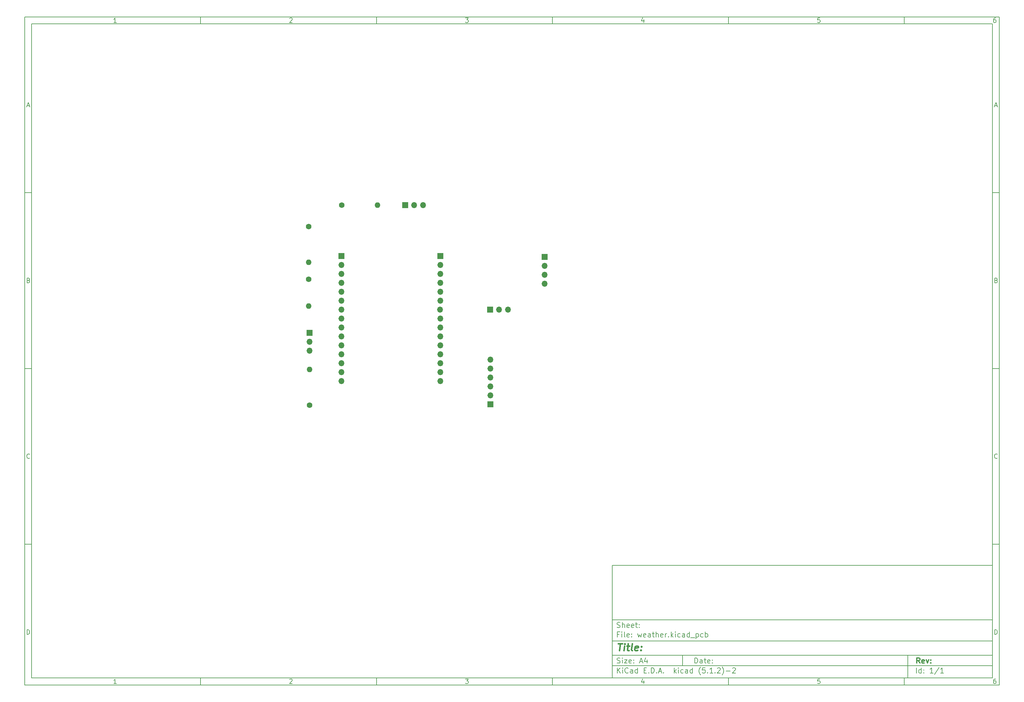
<source format=gtl>
G04 #@! TF.GenerationSoftware,KiCad,Pcbnew,(5.1.2)-2*
G04 #@! TF.CreationDate,2019-07-01T23:58:17+07:00*
G04 #@! TF.ProjectId,weather,77656174-6865-4722-9e6b-696361645f70,rev?*
G04 #@! TF.SameCoordinates,Original*
G04 #@! TF.FileFunction,Copper,L1,Top*
G04 #@! TF.FilePolarity,Positive*
%FSLAX46Y46*%
G04 Gerber Fmt 4.6, Leading zero omitted, Abs format (unit mm)*
G04 Created by KiCad (PCBNEW (5.1.2)-2) date 2019-07-01 23:58:17*
%MOMM*%
%LPD*%
G04 APERTURE LIST*
%ADD10C,0.100000*%
%ADD11C,0.150000*%
%ADD12C,0.300000*%
%ADD13C,0.400000*%
%ADD14O,1.700000X1.700000*%
%ADD15R,1.700000X1.700000*%
%ADD16O,1.600000X1.600000*%
%ADD17C,1.600000*%
G04 APERTURE END LIST*
D10*
D11*
X177002200Y-166007200D02*
X177002200Y-198007200D01*
X285002200Y-198007200D01*
X285002200Y-166007200D01*
X177002200Y-166007200D01*
D10*
D11*
X10000000Y-10000000D02*
X10000000Y-200007200D01*
X287002200Y-200007200D01*
X287002200Y-10000000D01*
X10000000Y-10000000D01*
D10*
D11*
X12000000Y-12000000D02*
X12000000Y-198007200D01*
X285002200Y-198007200D01*
X285002200Y-12000000D01*
X12000000Y-12000000D01*
D10*
D11*
X60000000Y-12000000D02*
X60000000Y-10000000D01*
D10*
D11*
X110000000Y-12000000D02*
X110000000Y-10000000D01*
D10*
D11*
X160000000Y-12000000D02*
X160000000Y-10000000D01*
D10*
D11*
X210000000Y-12000000D02*
X210000000Y-10000000D01*
D10*
D11*
X260000000Y-12000000D02*
X260000000Y-10000000D01*
D10*
D11*
X36065476Y-11588095D02*
X35322619Y-11588095D01*
X35694047Y-11588095D02*
X35694047Y-10288095D01*
X35570238Y-10473809D01*
X35446428Y-10597619D01*
X35322619Y-10659523D01*
D10*
D11*
X85322619Y-10411904D02*
X85384523Y-10350000D01*
X85508333Y-10288095D01*
X85817857Y-10288095D01*
X85941666Y-10350000D01*
X86003571Y-10411904D01*
X86065476Y-10535714D01*
X86065476Y-10659523D01*
X86003571Y-10845238D01*
X85260714Y-11588095D01*
X86065476Y-11588095D01*
D10*
D11*
X135260714Y-10288095D02*
X136065476Y-10288095D01*
X135632142Y-10783333D01*
X135817857Y-10783333D01*
X135941666Y-10845238D01*
X136003571Y-10907142D01*
X136065476Y-11030952D01*
X136065476Y-11340476D01*
X136003571Y-11464285D01*
X135941666Y-11526190D01*
X135817857Y-11588095D01*
X135446428Y-11588095D01*
X135322619Y-11526190D01*
X135260714Y-11464285D01*
D10*
D11*
X185941666Y-10721428D02*
X185941666Y-11588095D01*
X185632142Y-10226190D02*
X185322619Y-11154761D01*
X186127380Y-11154761D01*
D10*
D11*
X236003571Y-10288095D02*
X235384523Y-10288095D01*
X235322619Y-10907142D01*
X235384523Y-10845238D01*
X235508333Y-10783333D01*
X235817857Y-10783333D01*
X235941666Y-10845238D01*
X236003571Y-10907142D01*
X236065476Y-11030952D01*
X236065476Y-11340476D01*
X236003571Y-11464285D01*
X235941666Y-11526190D01*
X235817857Y-11588095D01*
X235508333Y-11588095D01*
X235384523Y-11526190D01*
X235322619Y-11464285D01*
D10*
D11*
X285941666Y-10288095D02*
X285694047Y-10288095D01*
X285570238Y-10350000D01*
X285508333Y-10411904D01*
X285384523Y-10597619D01*
X285322619Y-10845238D01*
X285322619Y-11340476D01*
X285384523Y-11464285D01*
X285446428Y-11526190D01*
X285570238Y-11588095D01*
X285817857Y-11588095D01*
X285941666Y-11526190D01*
X286003571Y-11464285D01*
X286065476Y-11340476D01*
X286065476Y-11030952D01*
X286003571Y-10907142D01*
X285941666Y-10845238D01*
X285817857Y-10783333D01*
X285570238Y-10783333D01*
X285446428Y-10845238D01*
X285384523Y-10907142D01*
X285322619Y-11030952D01*
D10*
D11*
X60000000Y-198007200D02*
X60000000Y-200007200D01*
D10*
D11*
X110000000Y-198007200D02*
X110000000Y-200007200D01*
D10*
D11*
X160000000Y-198007200D02*
X160000000Y-200007200D01*
D10*
D11*
X210000000Y-198007200D02*
X210000000Y-200007200D01*
D10*
D11*
X260000000Y-198007200D02*
X260000000Y-200007200D01*
D10*
D11*
X36065476Y-199595295D02*
X35322619Y-199595295D01*
X35694047Y-199595295D02*
X35694047Y-198295295D01*
X35570238Y-198481009D01*
X35446428Y-198604819D01*
X35322619Y-198666723D01*
D10*
D11*
X85322619Y-198419104D02*
X85384523Y-198357200D01*
X85508333Y-198295295D01*
X85817857Y-198295295D01*
X85941666Y-198357200D01*
X86003571Y-198419104D01*
X86065476Y-198542914D01*
X86065476Y-198666723D01*
X86003571Y-198852438D01*
X85260714Y-199595295D01*
X86065476Y-199595295D01*
D10*
D11*
X135260714Y-198295295D02*
X136065476Y-198295295D01*
X135632142Y-198790533D01*
X135817857Y-198790533D01*
X135941666Y-198852438D01*
X136003571Y-198914342D01*
X136065476Y-199038152D01*
X136065476Y-199347676D01*
X136003571Y-199471485D01*
X135941666Y-199533390D01*
X135817857Y-199595295D01*
X135446428Y-199595295D01*
X135322619Y-199533390D01*
X135260714Y-199471485D01*
D10*
D11*
X185941666Y-198728628D02*
X185941666Y-199595295D01*
X185632142Y-198233390D02*
X185322619Y-199161961D01*
X186127380Y-199161961D01*
D10*
D11*
X236003571Y-198295295D02*
X235384523Y-198295295D01*
X235322619Y-198914342D01*
X235384523Y-198852438D01*
X235508333Y-198790533D01*
X235817857Y-198790533D01*
X235941666Y-198852438D01*
X236003571Y-198914342D01*
X236065476Y-199038152D01*
X236065476Y-199347676D01*
X236003571Y-199471485D01*
X235941666Y-199533390D01*
X235817857Y-199595295D01*
X235508333Y-199595295D01*
X235384523Y-199533390D01*
X235322619Y-199471485D01*
D10*
D11*
X285941666Y-198295295D02*
X285694047Y-198295295D01*
X285570238Y-198357200D01*
X285508333Y-198419104D01*
X285384523Y-198604819D01*
X285322619Y-198852438D01*
X285322619Y-199347676D01*
X285384523Y-199471485D01*
X285446428Y-199533390D01*
X285570238Y-199595295D01*
X285817857Y-199595295D01*
X285941666Y-199533390D01*
X286003571Y-199471485D01*
X286065476Y-199347676D01*
X286065476Y-199038152D01*
X286003571Y-198914342D01*
X285941666Y-198852438D01*
X285817857Y-198790533D01*
X285570238Y-198790533D01*
X285446428Y-198852438D01*
X285384523Y-198914342D01*
X285322619Y-199038152D01*
D10*
D11*
X10000000Y-60000000D02*
X12000000Y-60000000D01*
D10*
D11*
X10000000Y-110000000D02*
X12000000Y-110000000D01*
D10*
D11*
X10000000Y-160000000D02*
X12000000Y-160000000D01*
D10*
D11*
X10690476Y-35216666D02*
X11309523Y-35216666D01*
X10566666Y-35588095D02*
X11000000Y-34288095D01*
X11433333Y-35588095D01*
D10*
D11*
X11092857Y-84907142D02*
X11278571Y-84969047D01*
X11340476Y-85030952D01*
X11402380Y-85154761D01*
X11402380Y-85340476D01*
X11340476Y-85464285D01*
X11278571Y-85526190D01*
X11154761Y-85588095D01*
X10659523Y-85588095D01*
X10659523Y-84288095D01*
X11092857Y-84288095D01*
X11216666Y-84350000D01*
X11278571Y-84411904D01*
X11340476Y-84535714D01*
X11340476Y-84659523D01*
X11278571Y-84783333D01*
X11216666Y-84845238D01*
X11092857Y-84907142D01*
X10659523Y-84907142D01*
D10*
D11*
X11402380Y-135464285D02*
X11340476Y-135526190D01*
X11154761Y-135588095D01*
X11030952Y-135588095D01*
X10845238Y-135526190D01*
X10721428Y-135402380D01*
X10659523Y-135278571D01*
X10597619Y-135030952D01*
X10597619Y-134845238D01*
X10659523Y-134597619D01*
X10721428Y-134473809D01*
X10845238Y-134350000D01*
X11030952Y-134288095D01*
X11154761Y-134288095D01*
X11340476Y-134350000D01*
X11402380Y-134411904D01*
D10*
D11*
X10659523Y-185588095D02*
X10659523Y-184288095D01*
X10969047Y-184288095D01*
X11154761Y-184350000D01*
X11278571Y-184473809D01*
X11340476Y-184597619D01*
X11402380Y-184845238D01*
X11402380Y-185030952D01*
X11340476Y-185278571D01*
X11278571Y-185402380D01*
X11154761Y-185526190D01*
X10969047Y-185588095D01*
X10659523Y-185588095D01*
D10*
D11*
X287002200Y-60000000D02*
X285002200Y-60000000D01*
D10*
D11*
X287002200Y-110000000D02*
X285002200Y-110000000D01*
D10*
D11*
X287002200Y-160000000D02*
X285002200Y-160000000D01*
D10*
D11*
X285692676Y-35216666D02*
X286311723Y-35216666D01*
X285568866Y-35588095D02*
X286002200Y-34288095D01*
X286435533Y-35588095D01*
D10*
D11*
X286095057Y-84907142D02*
X286280771Y-84969047D01*
X286342676Y-85030952D01*
X286404580Y-85154761D01*
X286404580Y-85340476D01*
X286342676Y-85464285D01*
X286280771Y-85526190D01*
X286156961Y-85588095D01*
X285661723Y-85588095D01*
X285661723Y-84288095D01*
X286095057Y-84288095D01*
X286218866Y-84350000D01*
X286280771Y-84411904D01*
X286342676Y-84535714D01*
X286342676Y-84659523D01*
X286280771Y-84783333D01*
X286218866Y-84845238D01*
X286095057Y-84907142D01*
X285661723Y-84907142D01*
D10*
D11*
X286404580Y-135464285D02*
X286342676Y-135526190D01*
X286156961Y-135588095D01*
X286033152Y-135588095D01*
X285847438Y-135526190D01*
X285723628Y-135402380D01*
X285661723Y-135278571D01*
X285599819Y-135030952D01*
X285599819Y-134845238D01*
X285661723Y-134597619D01*
X285723628Y-134473809D01*
X285847438Y-134350000D01*
X286033152Y-134288095D01*
X286156961Y-134288095D01*
X286342676Y-134350000D01*
X286404580Y-134411904D01*
D10*
D11*
X285661723Y-185588095D02*
X285661723Y-184288095D01*
X285971247Y-184288095D01*
X286156961Y-184350000D01*
X286280771Y-184473809D01*
X286342676Y-184597619D01*
X286404580Y-184845238D01*
X286404580Y-185030952D01*
X286342676Y-185278571D01*
X286280771Y-185402380D01*
X286156961Y-185526190D01*
X285971247Y-185588095D01*
X285661723Y-185588095D01*
D10*
D11*
X200434342Y-193785771D02*
X200434342Y-192285771D01*
X200791485Y-192285771D01*
X201005771Y-192357200D01*
X201148628Y-192500057D01*
X201220057Y-192642914D01*
X201291485Y-192928628D01*
X201291485Y-193142914D01*
X201220057Y-193428628D01*
X201148628Y-193571485D01*
X201005771Y-193714342D01*
X200791485Y-193785771D01*
X200434342Y-193785771D01*
X202577200Y-193785771D02*
X202577200Y-193000057D01*
X202505771Y-192857200D01*
X202362914Y-192785771D01*
X202077200Y-192785771D01*
X201934342Y-192857200D01*
X202577200Y-193714342D02*
X202434342Y-193785771D01*
X202077200Y-193785771D01*
X201934342Y-193714342D01*
X201862914Y-193571485D01*
X201862914Y-193428628D01*
X201934342Y-193285771D01*
X202077200Y-193214342D01*
X202434342Y-193214342D01*
X202577200Y-193142914D01*
X203077200Y-192785771D02*
X203648628Y-192785771D01*
X203291485Y-192285771D02*
X203291485Y-193571485D01*
X203362914Y-193714342D01*
X203505771Y-193785771D01*
X203648628Y-193785771D01*
X204720057Y-193714342D02*
X204577200Y-193785771D01*
X204291485Y-193785771D01*
X204148628Y-193714342D01*
X204077200Y-193571485D01*
X204077200Y-193000057D01*
X204148628Y-192857200D01*
X204291485Y-192785771D01*
X204577200Y-192785771D01*
X204720057Y-192857200D01*
X204791485Y-193000057D01*
X204791485Y-193142914D01*
X204077200Y-193285771D01*
X205434342Y-193642914D02*
X205505771Y-193714342D01*
X205434342Y-193785771D01*
X205362914Y-193714342D01*
X205434342Y-193642914D01*
X205434342Y-193785771D01*
X205434342Y-192857200D02*
X205505771Y-192928628D01*
X205434342Y-193000057D01*
X205362914Y-192928628D01*
X205434342Y-192857200D01*
X205434342Y-193000057D01*
D10*
D11*
X177002200Y-194507200D02*
X285002200Y-194507200D01*
D10*
D11*
X178434342Y-196585771D02*
X178434342Y-195085771D01*
X179291485Y-196585771D02*
X178648628Y-195728628D01*
X179291485Y-195085771D02*
X178434342Y-195942914D01*
X179934342Y-196585771D02*
X179934342Y-195585771D01*
X179934342Y-195085771D02*
X179862914Y-195157200D01*
X179934342Y-195228628D01*
X180005771Y-195157200D01*
X179934342Y-195085771D01*
X179934342Y-195228628D01*
X181505771Y-196442914D02*
X181434342Y-196514342D01*
X181220057Y-196585771D01*
X181077200Y-196585771D01*
X180862914Y-196514342D01*
X180720057Y-196371485D01*
X180648628Y-196228628D01*
X180577200Y-195942914D01*
X180577200Y-195728628D01*
X180648628Y-195442914D01*
X180720057Y-195300057D01*
X180862914Y-195157200D01*
X181077200Y-195085771D01*
X181220057Y-195085771D01*
X181434342Y-195157200D01*
X181505771Y-195228628D01*
X182791485Y-196585771D02*
X182791485Y-195800057D01*
X182720057Y-195657200D01*
X182577200Y-195585771D01*
X182291485Y-195585771D01*
X182148628Y-195657200D01*
X182791485Y-196514342D02*
X182648628Y-196585771D01*
X182291485Y-196585771D01*
X182148628Y-196514342D01*
X182077200Y-196371485D01*
X182077200Y-196228628D01*
X182148628Y-196085771D01*
X182291485Y-196014342D01*
X182648628Y-196014342D01*
X182791485Y-195942914D01*
X184148628Y-196585771D02*
X184148628Y-195085771D01*
X184148628Y-196514342D02*
X184005771Y-196585771D01*
X183720057Y-196585771D01*
X183577200Y-196514342D01*
X183505771Y-196442914D01*
X183434342Y-196300057D01*
X183434342Y-195871485D01*
X183505771Y-195728628D01*
X183577200Y-195657200D01*
X183720057Y-195585771D01*
X184005771Y-195585771D01*
X184148628Y-195657200D01*
X186005771Y-195800057D02*
X186505771Y-195800057D01*
X186720057Y-196585771D02*
X186005771Y-196585771D01*
X186005771Y-195085771D01*
X186720057Y-195085771D01*
X187362914Y-196442914D02*
X187434342Y-196514342D01*
X187362914Y-196585771D01*
X187291485Y-196514342D01*
X187362914Y-196442914D01*
X187362914Y-196585771D01*
X188077200Y-196585771D02*
X188077200Y-195085771D01*
X188434342Y-195085771D01*
X188648628Y-195157200D01*
X188791485Y-195300057D01*
X188862914Y-195442914D01*
X188934342Y-195728628D01*
X188934342Y-195942914D01*
X188862914Y-196228628D01*
X188791485Y-196371485D01*
X188648628Y-196514342D01*
X188434342Y-196585771D01*
X188077200Y-196585771D01*
X189577200Y-196442914D02*
X189648628Y-196514342D01*
X189577200Y-196585771D01*
X189505771Y-196514342D01*
X189577200Y-196442914D01*
X189577200Y-196585771D01*
X190220057Y-196157200D02*
X190934342Y-196157200D01*
X190077200Y-196585771D02*
X190577200Y-195085771D01*
X191077200Y-196585771D01*
X191577200Y-196442914D02*
X191648628Y-196514342D01*
X191577200Y-196585771D01*
X191505771Y-196514342D01*
X191577200Y-196442914D01*
X191577200Y-196585771D01*
X194577200Y-196585771D02*
X194577200Y-195085771D01*
X194720057Y-196014342D02*
X195148628Y-196585771D01*
X195148628Y-195585771D02*
X194577200Y-196157200D01*
X195791485Y-196585771D02*
X195791485Y-195585771D01*
X195791485Y-195085771D02*
X195720057Y-195157200D01*
X195791485Y-195228628D01*
X195862914Y-195157200D01*
X195791485Y-195085771D01*
X195791485Y-195228628D01*
X197148628Y-196514342D02*
X197005771Y-196585771D01*
X196720057Y-196585771D01*
X196577200Y-196514342D01*
X196505771Y-196442914D01*
X196434342Y-196300057D01*
X196434342Y-195871485D01*
X196505771Y-195728628D01*
X196577200Y-195657200D01*
X196720057Y-195585771D01*
X197005771Y-195585771D01*
X197148628Y-195657200D01*
X198434342Y-196585771D02*
X198434342Y-195800057D01*
X198362914Y-195657200D01*
X198220057Y-195585771D01*
X197934342Y-195585771D01*
X197791485Y-195657200D01*
X198434342Y-196514342D02*
X198291485Y-196585771D01*
X197934342Y-196585771D01*
X197791485Y-196514342D01*
X197720057Y-196371485D01*
X197720057Y-196228628D01*
X197791485Y-196085771D01*
X197934342Y-196014342D01*
X198291485Y-196014342D01*
X198434342Y-195942914D01*
X199791485Y-196585771D02*
X199791485Y-195085771D01*
X199791485Y-196514342D02*
X199648628Y-196585771D01*
X199362914Y-196585771D01*
X199220057Y-196514342D01*
X199148628Y-196442914D01*
X199077200Y-196300057D01*
X199077200Y-195871485D01*
X199148628Y-195728628D01*
X199220057Y-195657200D01*
X199362914Y-195585771D01*
X199648628Y-195585771D01*
X199791485Y-195657200D01*
X202077200Y-197157200D02*
X202005771Y-197085771D01*
X201862914Y-196871485D01*
X201791485Y-196728628D01*
X201720057Y-196514342D01*
X201648628Y-196157200D01*
X201648628Y-195871485D01*
X201720057Y-195514342D01*
X201791485Y-195300057D01*
X201862914Y-195157200D01*
X202005771Y-194942914D01*
X202077200Y-194871485D01*
X203362914Y-195085771D02*
X202648628Y-195085771D01*
X202577200Y-195800057D01*
X202648628Y-195728628D01*
X202791485Y-195657200D01*
X203148628Y-195657200D01*
X203291485Y-195728628D01*
X203362914Y-195800057D01*
X203434342Y-195942914D01*
X203434342Y-196300057D01*
X203362914Y-196442914D01*
X203291485Y-196514342D01*
X203148628Y-196585771D01*
X202791485Y-196585771D01*
X202648628Y-196514342D01*
X202577200Y-196442914D01*
X204077200Y-196442914D02*
X204148628Y-196514342D01*
X204077200Y-196585771D01*
X204005771Y-196514342D01*
X204077200Y-196442914D01*
X204077200Y-196585771D01*
X205577200Y-196585771D02*
X204720057Y-196585771D01*
X205148628Y-196585771D02*
X205148628Y-195085771D01*
X205005771Y-195300057D01*
X204862914Y-195442914D01*
X204720057Y-195514342D01*
X206220057Y-196442914D02*
X206291485Y-196514342D01*
X206220057Y-196585771D01*
X206148628Y-196514342D01*
X206220057Y-196442914D01*
X206220057Y-196585771D01*
X206862914Y-195228628D02*
X206934342Y-195157200D01*
X207077200Y-195085771D01*
X207434342Y-195085771D01*
X207577200Y-195157200D01*
X207648628Y-195228628D01*
X207720057Y-195371485D01*
X207720057Y-195514342D01*
X207648628Y-195728628D01*
X206791485Y-196585771D01*
X207720057Y-196585771D01*
X208220057Y-197157200D02*
X208291485Y-197085771D01*
X208434342Y-196871485D01*
X208505771Y-196728628D01*
X208577200Y-196514342D01*
X208648628Y-196157200D01*
X208648628Y-195871485D01*
X208577200Y-195514342D01*
X208505771Y-195300057D01*
X208434342Y-195157200D01*
X208291485Y-194942914D01*
X208220057Y-194871485D01*
X209362914Y-196014342D02*
X210505771Y-196014342D01*
X211148628Y-195228628D02*
X211220057Y-195157200D01*
X211362914Y-195085771D01*
X211720057Y-195085771D01*
X211862914Y-195157200D01*
X211934342Y-195228628D01*
X212005771Y-195371485D01*
X212005771Y-195514342D01*
X211934342Y-195728628D01*
X211077200Y-196585771D01*
X212005771Y-196585771D01*
D10*
D11*
X177002200Y-191507200D02*
X285002200Y-191507200D01*
D10*
D12*
X264411485Y-193785771D02*
X263911485Y-193071485D01*
X263554342Y-193785771D02*
X263554342Y-192285771D01*
X264125771Y-192285771D01*
X264268628Y-192357200D01*
X264340057Y-192428628D01*
X264411485Y-192571485D01*
X264411485Y-192785771D01*
X264340057Y-192928628D01*
X264268628Y-193000057D01*
X264125771Y-193071485D01*
X263554342Y-193071485D01*
X265625771Y-193714342D02*
X265482914Y-193785771D01*
X265197200Y-193785771D01*
X265054342Y-193714342D01*
X264982914Y-193571485D01*
X264982914Y-193000057D01*
X265054342Y-192857200D01*
X265197200Y-192785771D01*
X265482914Y-192785771D01*
X265625771Y-192857200D01*
X265697200Y-193000057D01*
X265697200Y-193142914D01*
X264982914Y-193285771D01*
X266197200Y-192785771D02*
X266554342Y-193785771D01*
X266911485Y-192785771D01*
X267482914Y-193642914D02*
X267554342Y-193714342D01*
X267482914Y-193785771D01*
X267411485Y-193714342D01*
X267482914Y-193642914D01*
X267482914Y-193785771D01*
X267482914Y-192857200D02*
X267554342Y-192928628D01*
X267482914Y-193000057D01*
X267411485Y-192928628D01*
X267482914Y-192857200D01*
X267482914Y-193000057D01*
D10*
D11*
X178362914Y-193714342D02*
X178577200Y-193785771D01*
X178934342Y-193785771D01*
X179077200Y-193714342D01*
X179148628Y-193642914D01*
X179220057Y-193500057D01*
X179220057Y-193357200D01*
X179148628Y-193214342D01*
X179077200Y-193142914D01*
X178934342Y-193071485D01*
X178648628Y-193000057D01*
X178505771Y-192928628D01*
X178434342Y-192857200D01*
X178362914Y-192714342D01*
X178362914Y-192571485D01*
X178434342Y-192428628D01*
X178505771Y-192357200D01*
X178648628Y-192285771D01*
X179005771Y-192285771D01*
X179220057Y-192357200D01*
X179862914Y-193785771D02*
X179862914Y-192785771D01*
X179862914Y-192285771D02*
X179791485Y-192357200D01*
X179862914Y-192428628D01*
X179934342Y-192357200D01*
X179862914Y-192285771D01*
X179862914Y-192428628D01*
X180434342Y-192785771D02*
X181220057Y-192785771D01*
X180434342Y-193785771D01*
X181220057Y-193785771D01*
X182362914Y-193714342D02*
X182220057Y-193785771D01*
X181934342Y-193785771D01*
X181791485Y-193714342D01*
X181720057Y-193571485D01*
X181720057Y-193000057D01*
X181791485Y-192857200D01*
X181934342Y-192785771D01*
X182220057Y-192785771D01*
X182362914Y-192857200D01*
X182434342Y-193000057D01*
X182434342Y-193142914D01*
X181720057Y-193285771D01*
X183077200Y-193642914D02*
X183148628Y-193714342D01*
X183077200Y-193785771D01*
X183005771Y-193714342D01*
X183077200Y-193642914D01*
X183077200Y-193785771D01*
X183077200Y-192857200D02*
X183148628Y-192928628D01*
X183077200Y-193000057D01*
X183005771Y-192928628D01*
X183077200Y-192857200D01*
X183077200Y-193000057D01*
X184862914Y-193357200D02*
X185577200Y-193357200D01*
X184720057Y-193785771D02*
X185220057Y-192285771D01*
X185720057Y-193785771D01*
X186862914Y-192785771D02*
X186862914Y-193785771D01*
X186505771Y-192214342D02*
X186148628Y-193285771D01*
X187077200Y-193285771D01*
D10*
D11*
X263434342Y-196585771D02*
X263434342Y-195085771D01*
X264791485Y-196585771D02*
X264791485Y-195085771D01*
X264791485Y-196514342D02*
X264648628Y-196585771D01*
X264362914Y-196585771D01*
X264220057Y-196514342D01*
X264148628Y-196442914D01*
X264077200Y-196300057D01*
X264077200Y-195871485D01*
X264148628Y-195728628D01*
X264220057Y-195657200D01*
X264362914Y-195585771D01*
X264648628Y-195585771D01*
X264791485Y-195657200D01*
X265505771Y-196442914D02*
X265577200Y-196514342D01*
X265505771Y-196585771D01*
X265434342Y-196514342D01*
X265505771Y-196442914D01*
X265505771Y-196585771D01*
X265505771Y-195657200D02*
X265577200Y-195728628D01*
X265505771Y-195800057D01*
X265434342Y-195728628D01*
X265505771Y-195657200D01*
X265505771Y-195800057D01*
X268148628Y-196585771D02*
X267291485Y-196585771D01*
X267720057Y-196585771D02*
X267720057Y-195085771D01*
X267577200Y-195300057D01*
X267434342Y-195442914D01*
X267291485Y-195514342D01*
X269862914Y-195014342D02*
X268577200Y-196942914D01*
X271148628Y-196585771D02*
X270291485Y-196585771D01*
X270720057Y-196585771D02*
X270720057Y-195085771D01*
X270577200Y-195300057D01*
X270434342Y-195442914D01*
X270291485Y-195514342D01*
D10*
D11*
X177002200Y-187507200D02*
X285002200Y-187507200D01*
D10*
D13*
X178714580Y-188211961D02*
X179857438Y-188211961D01*
X179036009Y-190211961D02*
X179286009Y-188211961D01*
X180274104Y-190211961D02*
X180440771Y-188878628D01*
X180524104Y-188211961D02*
X180416961Y-188307200D01*
X180500295Y-188402438D01*
X180607438Y-188307200D01*
X180524104Y-188211961D01*
X180500295Y-188402438D01*
X181107438Y-188878628D02*
X181869342Y-188878628D01*
X181476485Y-188211961D02*
X181262200Y-189926247D01*
X181333628Y-190116723D01*
X181512200Y-190211961D01*
X181702676Y-190211961D01*
X182655057Y-190211961D02*
X182476485Y-190116723D01*
X182405057Y-189926247D01*
X182619342Y-188211961D01*
X184190771Y-190116723D02*
X183988390Y-190211961D01*
X183607438Y-190211961D01*
X183428866Y-190116723D01*
X183357438Y-189926247D01*
X183452676Y-189164342D01*
X183571723Y-188973866D01*
X183774104Y-188878628D01*
X184155057Y-188878628D01*
X184333628Y-188973866D01*
X184405057Y-189164342D01*
X184381247Y-189354819D01*
X183405057Y-189545295D01*
X185155057Y-190021485D02*
X185238390Y-190116723D01*
X185131247Y-190211961D01*
X185047914Y-190116723D01*
X185155057Y-190021485D01*
X185131247Y-190211961D01*
X185286009Y-188973866D02*
X185369342Y-189069104D01*
X185262200Y-189164342D01*
X185178866Y-189069104D01*
X185286009Y-188973866D01*
X185262200Y-189164342D01*
D10*
D11*
X178934342Y-185600057D02*
X178434342Y-185600057D01*
X178434342Y-186385771D02*
X178434342Y-184885771D01*
X179148628Y-184885771D01*
X179720057Y-186385771D02*
X179720057Y-185385771D01*
X179720057Y-184885771D02*
X179648628Y-184957200D01*
X179720057Y-185028628D01*
X179791485Y-184957200D01*
X179720057Y-184885771D01*
X179720057Y-185028628D01*
X180648628Y-186385771D02*
X180505771Y-186314342D01*
X180434342Y-186171485D01*
X180434342Y-184885771D01*
X181791485Y-186314342D02*
X181648628Y-186385771D01*
X181362914Y-186385771D01*
X181220057Y-186314342D01*
X181148628Y-186171485D01*
X181148628Y-185600057D01*
X181220057Y-185457200D01*
X181362914Y-185385771D01*
X181648628Y-185385771D01*
X181791485Y-185457200D01*
X181862914Y-185600057D01*
X181862914Y-185742914D01*
X181148628Y-185885771D01*
X182505771Y-186242914D02*
X182577200Y-186314342D01*
X182505771Y-186385771D01*
X182434342Y-186314342D01*
X182505771Y-186242914D01*
X182505771Y-186385771D01*
X182505771Y-185457200D02*
X182577200Y-185528628D01*
X182505771Y-185600057D01*
X182434342Y-185528628D01*
X182505771Y-185457200D01*
X182505771Y-185600057D01*
X184220057Y-185385771D02*
X184505771Y-186385771D01*
X184791485Y-185671485D01*
X185077200Y-186385771D01*
X185362914Y-185385771D01*
X186505771Y-186314342D02*
X186362914Y-186385771D01*
X186077200Y-186385771D01*
X185934342Y-186314342D01*
X185862914Y-186171485D01*
X185862914Y-185600057D01*
X185934342Y-185457200D01*
X186077200Y-185385771D01*
X186362914Y-185385771D01*
X186505771Y-185457200D01*
X186577200Y-185600057D01*
X186577200Y-185742914D01*
X185862914Y-185885771D01*
X187862914Y-186385771D02*
X187862914Y-185600057D01*
X187791485Y-185457200D01*
X187648628Y-185385771D01*
X187362914Y-185385771D01*
X187220057Y-185457200D01*
X187862914Y-186314342D02*
X187720057Y-186385771D01*
X187362914Y-186385771D01*
X187220057Y-186314342D01*
X187148628Y-186171485D01*
X187148628Y-186028628D01*
X187220057Y-185885771D01*
X187362914Y-185814342D01*
X187720057Y-185814342D01*
X187862914Y-185742914D01*
X188362914Y-185385771D02*
X188934342Y-185385771D01*
X188577200Y-184885771D02*
X188577200Y-186171485D01*
X188648628Y-186314342D01*
X188791485Y-186385771D01*
X188934342Y-186385771D01*
X189434342Y-186385771D02*
X189434342Y-184885771D01*
X190077200Y-186385771D02*
X190077200Y-185600057D01*
X190005771Y-185457200D01*
X189862914Y-185385771D01*
X189648628Y-185385771D01*
X189505771Y-185457200D01*
X189434342Y-185528628D01*
X191362914Y-186314342D02*
X191220057Y-186385771D01*
X190934342Y-186385771D01*
X190791485Y-186314342D01*
X190720057Y-186171485D01*
X190720057Y-185600057D01*
X190791485Y-185457200D01*
X190934342Y-185385771D01*
X191220057Y-185385771D01*
X191362914Y-185457200D01*
X191434342Y-185600057D01*
X191434342Y-185742914D01*
X190720057Y-185885771D01*
X192077200Y-186385771D02*
X192077200Y-185385771D01*
X192077200Y-185671485D02*
X192148628Y-185528628D01*
X192220057Y-185457200D01*
X192362914Y-185385771D01*
X192505771Y-185385771D01*
X193005771Y-186242914D02*
X193077200Y-186314342D01*
X193005771Y-186385771D01*
X192934342Y-186314342D01*
X193005771Y-186242914D01*
X193005771Y-186385771D01*
X193720057Y-186385771D02*
X193720057Y-184885771D01*
X193862914Y-185814342D02*
X194291485Y-186385771D01*
X194291485Y-185385771D02*
X193720057Y-185957200D01*
X194934342Y-186385771D02*
X194934342Y-185385771D01*
X194934342Y-184885771D02*
X194862914Y-184957200D01*
X194934342Y-185028628D01*
X195005771Y-184957200D01*
X194934342Y-184885771D01*
X194934342Y-185028628D01*
X196291485Y-186314342D02*
X196148628Y-186385771D01*
X195862914Y-186385771D01*
X195720057Y-186314342D01*
X195648628Y-186242914D01*
X195577200Y-186100057D01*
X195577200Y-185671485D01*
X195648628Y-185528628D01*
X195720057Y-185457200D01*
X195862914Y-185385771D01*
X196148628Y-185385771D01*
X196291485Y-185457200D01*
X197577200Y-186385771D02*
X197577200Y-185600057D01*
X197505771Y-185457200D01*
X197362914Y-185385771D01*
X197077200Y-185385771D01*
X196934342Y-185457200D01*
X197577200Y-186314342D02*
X197434342Y-186385771D01*
X197077200Y-186385771D01*
X196934342Y-186314342D01*
X196862914Y-186171485D01*
X196862914Y-186028628D01*
X196934342Y-185885771D01*
X197077200Y-185814342D01*
X197434342Y-185814342D01*
X197577200Y-185742914D01*
X198934342Y-186385771D02*
X198934342Y-184885771D01*
X198934342Y-186314342D02*
X198791485Y-186385771D01*
X198505771Y-186385771D01*
X198362914Y-186314342D01*
X198291485Y-186242914D01*
X198220057Y-186100057D01*
X198220057Y-185671485D01*
X198291485Y-185528628D01*
X198362914Y-185457200D01*
X198505771Y-185385771D01*
X198791485Y-185385771D01*
X198934342Y-185457200D01*
X199291485Y-186528628D02*
X200434342Y-186528628D01*
X200791485Y-185385771D02*
X200791485Y-186885771D01*
X200791485Y-185457200D02*
X200934342Y-185385771D01*
X201220057Y-185385771D01*
X201362914Y-185457200D01*
X201434342Y-185528628D01*
X201505771Y-185671485D01*
X201505771Y-186100057D01*
X201434342Y-186242914D01*
X201362914Y-186314342D01*
X201220057Y-186385771D01*
X200934342Y-186385771D01*
X200791485Y-186314342D01*
X202791485Y-186314342D02*
X202648628Y-186385771D01*
X202362914Y-186385771D01*
X202220057Y-186314342D01*
X202148628Y-186242914D01*
X202077200Y-186100057D01*
X202077200Y-185671485D01*
X202148628Y-185528628D01*
X202220057Y-185457200D01*
X202362914Y-185385771D01*
X202648628Y-185385771D01*
X202791485Y-185457200D01*
X203434342Y-186385771D02*
X203434342Y-184885771D01*
X203434342Y-185457200D02*
X203577200Y-185385771D01*
X203862914Y-185385771D01*
X204005771Y-185457200D01*
X204077200Y-185528628D01*
X204148628Y-185671485D01*
X204148628Y-186100057D01*
X204077200Y-186242914D01*
X204005771Y-186314342D01*
X203862914Y-186385771D01*
X203577200Y-186385771D01*
X203434342Y-186314342D01*
D10*
D11*
X177002200Y-181507200D02*
X285002200Y-181507200D01*
D10*
D11*
X178362914Y-183614342D02*
X178577200Y-183685771D01*
X178934342Y-183685771D01*
X179077200Y-183614342D01*
X179148628Y-183542914D01*
X179220057Y-183400057D01*
X179220057Y-183257200D01*
X179148628Y-183114342D01*
X179077200Y-183042914D01*
X178934342Y-182971485D01*
X178648628Y-182900057D01*
X178505771Y-182828628D01*
X178434342Y-182757200D01*
X178362914Y-182614342D01*
X178362914Y-182471485D01*
X178434342Y-182328628D01*
X178505771Y-182257200D01*
X178648628Y-182185771D01*
X179005771Y-182185771D01*
X179220057Y-182257200D01*
X179862914Y-183685771D02*
X179862914Y-182185771D01*
X180505771Y-183685771D02*
X180505771Y-182900057D01*
X180434342Y-182757200D01*
X180291485Y-182685771D01*
X180077200Y-182685771D01*
X179934342Y-182757200D01*
X179862914Y-182828628D01*
X181791485Y-183614342D02*
X181648628Y-183685771D01*
X181362914Y-183685771D01*
X181220057Y-183614342D01*
X181148628Y-183471485D01*
X181148628Y-182900057D01*
X181220057Y-182757200D01*
X181362914Y-182685771D01*
X181648628Y-182685771D01*
X181791485Y-182757200D01*
X181862914Y-182900057D01*
X181862914Y-183042914D01*
X181148628Y-183185771D01*
X183077200Y-183614342D02*
X182934342Y-183685771D01*
X182648628Y-183685771D01*
X182505771Y-183614342D01*
X182434342Y-183471485D01*
X182434342Y-182900057D01*
X182505771Y-182757200D01*
X182648628Y-182685771D01*
X182934342Y-182685771D01*
X183077200Y-182757200D01*
X183148628Y-182900057D01*
X183148628Y-183042914D01*
X182434342Y-183185771D01*
X183577200Y-182685771D02*
X184148628Y-182685771D01*
X183791485Y-182185771D02*
X183791485Y-183471485D01*
X183862914Y-183614342D01*
X184005771Y-183685771D01*
X184148628Y-183685771D01*
X184648628Y-183542914D02*
X184720057Y-183614342D01*
X184648628Y-183685771D01*
X184577200Y-183614342D01*
X184648628Y-183542914D01*
X184648628Y-183685771D01*
X184648628Y-182757200D02*
X184720057Y-182828628D01*
X184648628Y-182900057D01*
X184577200Y-182828628D01*
X184648628Y-182757200D01*
X184648628Y-182900057D01*
D10*
D11*
X197002200Y-191507200D02*
X197002200Y-194507200D01*
D10*
D11*
X261002200Y-191507200D02*
X261002200Y-198007200D01*
D14*
X157734000Y-85852000D03*
X157734000Y-83312000D03*
X157734000Y-80772000D03*
D15*
X157734000Y-78232000D03*
D14*
X142396952Y-107492000D03*
X142396952Y-110032000D03*
X142396952Y-112572000D03*
X142396952Y-115112000D03*
X142396952Y-117652000D03*
D15*
X142396952Y-120192000D03*
D16*
X90678000Y-79756000D03*
D17*
X90678000Y-69596000D03*
D16*
X90678000Y-92202000D03*
D17*
X90678000Y-84582000D03*
X90932000Y-120396000D03*
D16*
X90932000Y-110236000D03*
X110236000Y-63500000D03*
D17*
X100076000Y-63500000D03*
D14*
X128106000Y-90668000D03*
X128106000Y-80508000D03*
X128106000Y-95748000D03*
X128106000Y-98288000D03*
X128106000Y-83048000D03*
X128106000Y-113528000D03*
X128106000Y-110988000D03*
X128106000Y-103368000D03*
X128106000Y-108448000D03*
X128106000Y-105908000D03*
X128106000Y-100828000D03*
X128046000Y-93228000D03*
X128106000Y-88128000D03*
X128106000Y-85588000D03*
D15*
X128106000Y-77968000D03*
D14*
X100046000Y-113548000D03*
X100046000Y-111008000D03*
X100046000Y-108468000D03*
X100046000Y-105928000D03*
X100046000Y-103388000D03*
X100046000Y-100848000D03*
X100046000Y-98308000D03*
X100046000Y-95768000D03*
X100046000Y-93228000D03*
X100046000Y-90688000D03*
X100046000Y-88148000D03*
X100046000Y-85608000D03*
X100046000Y-83068000D03*
X100046000Y-80528000D03*
D15*
X100046000Y-77988000D03*
D14*
X147320000Y-93218000D03*
X144780000Y-93218000D03*
D15*
X142240000Y-93218000D03*
D14*
X90932000Y-104902000D03*
X90932000Y-102362000D03*
D15*
X90932000Y-99822000D03*
X118110000Y-63500000D03*
D14*
X120650000Y-63500000D03*
X123190000Y-63500000D03*
M02*

</source>
